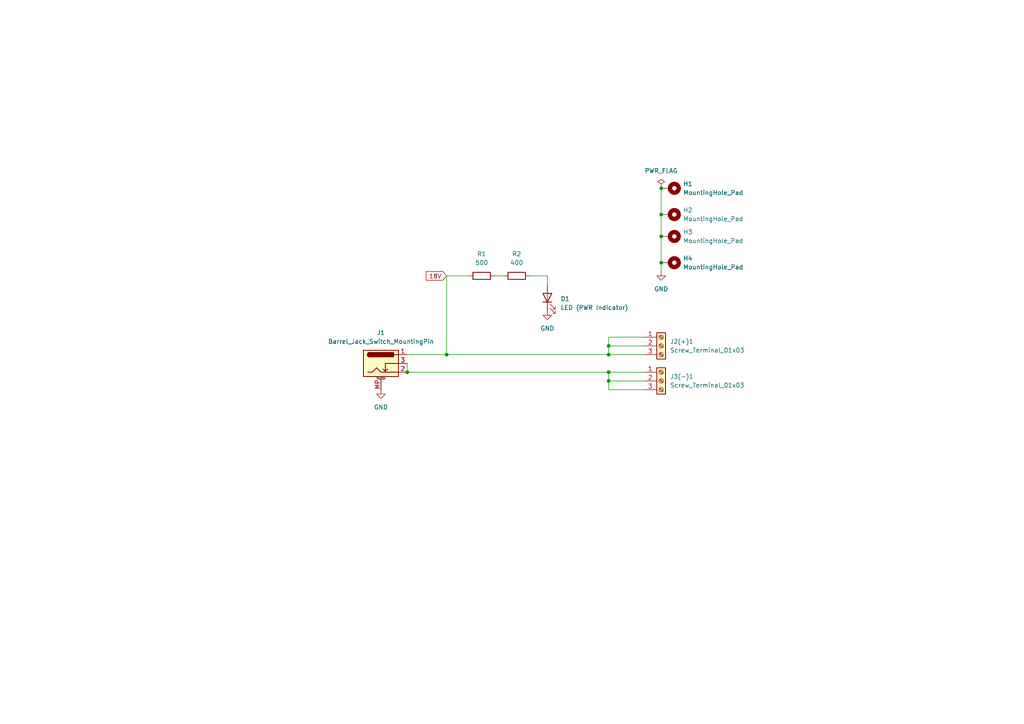
<source format=kicad_sch>
(kicad_sch (version 20231120) (generator "eeschema") (generator_version "8.0")
  (paper "A4")
  (lib_symbols
    (symbol "Connector:Barrel_Jack_Switch_MountingPin" (pin_names hide)
      (property "Reference" "J" (at 0 5.334 0))
      (property "Value" "Barrel_Jack_Switch_MountingPin" (at 1.27 -6.35 0))
      (symbol "Barrel_Jack_Switch_MountingPin_0_1"
        (rectangle (start -5.08 3.81) (end 5.08 -3.81) (stroke (width 0.254)) (fill (type background)))
        (arc (start -3.302 3.175) (mid -3.9343 2.54) (end -3.302 1.905) (stroke (width 0.254)))
        (arc (start -3.302 3.175) (mid -3.9343 2.54) (end -3.302 1.905) (stroke (width 0.254)) (fill (type outline)))
        (polyline (pts (xy 1.27 -2.286) (xy 1.905 -1.651)) (stroke (width 0.254)))
        (polyline (pts (xy 5.08 2.54) (xy 3.81 2.54)) (stroke (width 0.254)))
        (polyline (pts (xy 5.08 0) (xy 1.27 0) (xy 1.27 -2.286) (xy 0.635 -1.651)) (stroke (width 0.254)))
        (polyline (pts (xy -3.81 -2.54) (xy -2.54 -2.54) (xy -1.27 -1.27) (xy 0 -2.54) (xy 2.54 -2.54) (xy 5.08 -2.54)) (stroke (width 0.254)))
        (rectangle (start 3.683 3.175) (end -3.302 1.905) (stroke (width 0.254)) (fill (type outline)))
      )
      (symbol "Barrel_Jack_Switch_MountingPin_1_1"
        (polyline (pts (xy -1.016 -4.572) (xy 1.016 -4.572)) (stroke (width 0.1524)))
        (text "Mounting" (at 0 -4.191 0) (effects (font (size 0.381 0.381))))
        (pin passive line (at 7.62 2.54 180) (length 2.54) (name "~") (number "1"))
        (pin passive line (at 7.62 -2.54 180) (length 2.54) (name "~") (number "2"))
        (pin passive line (at 7.62 0 180) (length 2.54) (name "~") (number "3"))
        (pin passive line (at 0 -7.62 90) (length 3.048) (name "MountPin") (number "MP"))
      )
    )
    (symbol "Connector:Screw_Terminal_01x03" (pin_names (offset 1.016) hide)
      (property "Reference" "J" (at 0 5.08 0))
      (property "Value" "Screw_Terminal_01x03" (at 0 -5.08 0))
      (symbol "Screw_Terminal_01x03_1_1"
        (rectangle (start -1.27 3.81) (end 1.27 -3.81) (stroke (width 0.254)) (fill (type background)))
        (circle (center 0 -2.54) (radius 0.635) (stroke (width 0.1524)))
        (polyline (pts (xy -0.5334 -2.2098) (xy 0.3302 -3.048)) (stroke (width 0.1524)))
        (polyline (pts (xy -0.5334 0.3302) (xy 0.3302 -0.508)) (stroke (width 0.1524)))
        (polyline (pts (xy -0.5334 2.8702) (xy 0.3302 2.032)) (stroke (width 0.1524)))
        (polyline (pts (xy -0.3556 -2.032) (xy 0.508 -2.8702)) (stroke (width 0.1524)))
        (polyline (pts (xy -0.3556 0.508) (xy 0.508 -0.3302)) (stroke (width 0.1524)))
        (polyline (pts (xy -0.3556 3.048) (xy 0.508 2.2098)) (stroke (width 0.1524)))
        (circle (center 0 0) (radius 0.635) (stroke (width 0.1524)))
        (circle (center 0 2.54) (radius 0.635) (stroke (width 0.1524)))
        (pin passive line (at -5.08 2.54 0) (length 3.81) (name "Pin_1") (number "1"))
        (pin passive line (at -5.08 0 0) (length 3.81) (name "Pin_2") (number "2"))
        (pin passive line (at -5.08 -2.54 0) (length 3.81) (name "Pin_3") (number "3"))
      )
    )
    (symbol "Device:LED" (pin_numbers hide) (pin_names (offset 1.016) hide)
      (property "Reference" "D" (at 0 2.54 0))
      (property "Value" "LED" (at 0 -2.54 0))
      (symbol "LED_0_1"
        (polyline (pts (xy -1.27 -1.27) (xy -1.27 1.27)) (stroke (width 0.254)))
        (polyline (pts (xy -1.27 0) (xy 1.27 0)))
        (polyline (pts (xy 1.27 -1.27) (xy 1.27 1.27) (xy -1.27 0) (xy 1.27 -1.27)) (stroke (width 0.254)))
        (polyline (pts (xy -3.048 -0.762) (xy -4.572 -2.286) (xy -3.81 -2.286) (xy -4.572 -2.286) (xy -4.572 -1.524)))
        (polyline (pts (xy -1.778 -0.762) (xy -3.302 -2.286) (xy -2.54 -2.286) (xy -3.302 -2.286) (xy -3.302 -1.524)))
      )
      (symbol "LED_1_1"
        (pin passive line (at -3.81 0 0) (length 2.54) (name "K") (number "1"))
        (pin passive line (at 3.81 0 180) (length 2.54) (name "A") (number "2"))
      )
    )
    (symbol "Device:R" (pin_numbers hide) (pin_names (offset 0))
      (property "Reference" "R" (at 2.032 0 90))
      (property "Value" "R" (at 0 0 90))
      (symbol "R_0_1"
        (rectangle (start -1.016 -2.54) (end 1.016 2.54) (stroke (width 0.254)))
      )
      (symbol "R_1_1"
        (pin passive line (at 0 3.81 270) (length 1.27) (name "~") (number "1"))
        (pin passive line (at 0 -3.81 90) (length 1.27) (name "~") (number "2"))
      )
    )
    (symbol "Mechanical:MountingHole_Pad" (pin_numbers hide) (pin_names (offset 1.016) hide) (exclude_from_sim yes) (in_bom no)
      (property "Reference" "H" (at 0 6.35 0))
      (property "Value" "MountingHole_Pad" (at 0 4.445 0))
      (symbol "MountingHole_Pad_0_1"
        (circle (center 0 1.27) (radius 1.27) (stroke (width 1.27)))
      )
      (symbol "MountingHole_Pad_1_1"
        (pin input line (at 0 -2.54 90) (length 2.54) (name "1") (number "1"))
      )
    )
    (symbol "power:GND" (power) (pin_numbers hide) (pin_names (offset 0) hide)
      (property "Value" "GND" (at 0 -3.81 0))
      (symbol "GND_0_1"
        (polyline (pts (xy 0 0) (xy 0 -1.27) (xy 1.27 -1.27) (xy 0 -2.54) (xy -1.27 -1.27) (xy 0 -1.27)))
      )
      (symbol "GND_1_1"
        (pin power_in line (at 0 0 270) (length 0) (name "~") (number "1"))
      )
    )
    (symbol "power:PWR_FLAG" (power) (pin_numbers hide) (pin_names (offset 0) hide)
      (property "Value" "PWR_FLAG" (at 0 3.81 0))
      (symbol "PWR_FLAG_0_0"
        (pin power_out line (at 0 0 90) (length 0) (name "~") (number "1"))
      )
      (symbol "PWR_FLAG_0_1"
        (polyline (pts (xy 0 0) (xy 0 1.27) (xy -1.016 1.905) (xy 0 2.54) (xy 1.016 1.905) (xy 0 1.27)))
      )
    )
  )
  (junction (at 176.53 100.33))
  (junction (at 191.77 62.23))
  (junction (at 191.77 76.2))
  (junction (at 176.53 107.95))
  (junction (at 176.53 102.87))
  (junction (at 191.77 54.61))
  (junction (at 118.11 107.95))
  (junction (at 129.54 102.87))
  (junction (at 176.53 110.49))
  (junction (at 191.77 68.58))
  (wire (pts (xy 153.67 80.01) (xy 158.75 80.01)))
  (wire (pts (xy 176.53 100.33) (xy 186.69 100.33)))
  (wire (pts (xy 129.54 102.87) (xy 176.53 102.87)))
  (wire (pts (xy 129.54 80.01) (xy 129.54 102.87)))
  (wire (pts (xy 191.77 62.23) (xy 191.77 68.58)))
  (wire (pts (xy 176.53 97.79) (xy 176.53 100.33)))
  (wire (pts (xy 176.53 113.03) (xy 186.69 113.03)))
  (wire (pts (xy 176.53 107.95) (xy 186.69 107.95)))
  (wire (pts (xy 118.11 107.95) (xy 176.53 107.95)))
  (wire (pts (xy 158.75 80.01) (xy 158.75 82.55)))
  (wire (pts (xy 176.53 110.49) (xy 186.69 110.49)))
  (wire (pts (xy 191.77 54.61) (xy 191.77 62.23)))
  (wire (pts (xy 135.89 80.01) (xy 129.54 80.01)))
  (wire (pts (xy 118.11 102.87) (xy 129.54 102.87)))
  (wire (pts (xy 176.53 110.49) (xy 176.53 113.03)))
  (wire (pts (xy 118.11 105.41) (xy 118.11 107.95)))
  (wire (pts (xy 191.77 68.58) (xy 191.77 76.2)))
  (wire (pts (xy 176.53 107.95) (xy 176.53 110.49)))
  (wire (pts (xy 143.51 80.01) (xy 146.05 80.01)))
  (wire (pts (xy 191.77 76.2) (xy 191.77 78.74)))
  (wire (pts (xy 176.53 100.33) (xy 176.53 102.87)))
  (wire (pts (xy 176.53 97.79) (xy 186.69 97.79)))
  (wire (pts (xy 176.53 102.87) (xy 186.69 102.87)))
  (global_label "18V" (shape input) (at 129.54 80.01 180) (property "Intersheetrefs" "${INTERSHEET_REFS}" (effects (hide yes))))
  (symbol (lib_id "Mechanical:MountingHole_Pad") (at 194.31 54.61 270) (unit 1) (exclude_from_sim yes) (in_bom no)
    (property "Reference" "H1" (at 198.12 53.3399 90) (effects (justify left)))
    (property "Value" "MountingHole_Pad" (at 198.12 55.8799 90) (effects (justify left)))
    (property "Footprint" "MountingHole:MountingHole_3.5mm_Pad" (effects (hide yes)))
    (property "Description" "Mounting Hole with connection" (effects (hide yes)))
  )
  (symbol (lib_id "Mechanical:MountingHole_Pad") (at 194.31 68.58 270) (unit 1) (exclude_from_sim yes) (in_bom no)
    (property "Reference" "H3" (at 198.12 67.3099 90) (effects (justify left)))
    (property "Value" "MountingHole_Pad" (at 198.12 69.8499 90) (effects (justify left)))
    (property "Footprint" "MountingHole:MountingHole_3.5mm_Pad" (effects (hide yes)))
    (property "Description" "Mounting Hole with connection" (effects (hide yes)))
  )
  (symbol (lib_id "power:GND") (at 110.49 113.03 0) (unit 1)
    (property "Reference" "#PWR03" (effects (hide yes)))
    (property "Value" "GND" (at 110.49 118.11 0))
    (property "Description" "Power symbol creates a global label with name \"GND\" , ground" (effects (hide yes)))
  )
  (symbol (lib_id "Mechanical:MountingHole_Pad") (at 194.31 62.23 270) (unit 1) (exclude_from_sim yes) (in_bom no)
    (property "Reference" "H2" (at 198.12 60.9599 90) (effects (justify left)))
    (property "Value" "MountingHole_Pad" (at 198.12 63.4999 90) (effects (justify left)))
    (property "Footprint" "MountingHole:MountingHole_3.5mm_Pad" (effects (hide yes)))
    (property "Description" "Mounting Hole with connection" (effects (hide yes)))
  )
  (symbol (lib_id "Connector:Barrel_Jack_Switch_MountingPin") (at 110.49 105.41 0) (unit 1)
    (property "Reference" "J1" (at 110.49 96.52 0))
    (property "Value" "Barrel_Jack_Switch_MountingPin" (at 110.49 99.06 0))
    (property "Footprint" "Connector_BarrelJack:BarrelJack_Horizontal" (effects (hide yes)))
    (property "Description" "DC Barrel Jack with an internal switch and a mounting pin" (effects (hide yes)))
  )
  (symbol (lib_id "power:GND") (at 158.75 90.17 0) (unit 1)
    (property "Reference" "#PWR02" (effects (hide yes)))
    (property "Value" "GND" (at 158.75 95.25 0))
    (property "Description" "Power symbol creates a global label with name \"GND\" , ground" (effects (hide yes)))
  )
  (symbol (lib_id "power:GND") (at 191.77 78.74 0) (unit 1)
    (property "Reference" "#PWR01" (effects (hide yes)))
    (property "Value" "GND" (at 191.77 83.82 0))
    (property "Description" "Power symbol creates a global label with name \"GND\" , ground" (effects (hide yes)))
  )
  (symbol (lib_id "Device:R") (at 149.86 80.01 90) (unit 1)
    (property "Reference" "R2" (at 149.86 73.66 90))
    (property "Value" "400" (at 149.86 76.2 90))
    (property "Footprint" "Resistor_THT:R_Axial_DIN0207_L6.3mm_D2.5mm_P10.16mm_Horizontal" (effects (hide yes)))
    (property "Description" "Resistor" (effects (hide yes)))
  )
  (symbol (lib_id "Mechanical:MountingHole_Pad") (at 194.31 76.2 270) (unit 1) (exclude_from_sim yes) (in_bom no)
    (property "Reference" "H4" (at 198.12 74.9299 90) (effects (justify left)))
    (property "Value" "MountingHole_Pad" (at 198.12 77.4699 90) (effects (justify left)))
    (property "Footprint" "MountingHole:MountingHole_3.5mm_Pad" (effects (hide yes)))
    (property "Description" "Mounting Hole with connection" (effects (hide yes)))
  )
  (symbol (lib_id "Device:LED") (at 158.75 86.36 90) (unit 1)
    (property "Reference" "D1" (at 162.56 86.6774 90) (effects (justify right)))
    (property "Value" "LED (PWR Indicator)" (at 162.56 89.2174 90) (effects (justify right)))
    (property "Footprint" "LED_THT:LED_D1.8mm_W1.8mm_H2.4mm_Horizontal_O1.27mm_Z1.6mm" (effects (hide yes)))
    (property "Description" "Light emitting diode" (effects (hide yes)))
  )
  (symbol (lib_id "power:PWR_FLAG") (at 191.77 54.61 0) (unit 1)
    (property "Reference" "#FLG01" (effects (hide yes)))
    (property "Value" "PWR_FLAG" (at 191.77 49.53 0))
    (property "Description" "Special symbol for telling ERC where power comes from" (effects (hide yes)))
  )
  (symbol (lib_id "Connector:Screw_Terminal_01x03") (at 191.77 110.49 0) (unit 1)
    (property "Reference" "J3(-)1" (at 194.31 109.2199 0) (effects (justify left)))
    (property "Value" "Screw_Terminal_01x03" (at 194.31 111.7599 0) (effects (justify left)))
    (property "Footprint" "TerminalBlock_Phoenix:TerminalBlock_Phoenix_MKDS-1,5-3_1x03_P5.00mm_Horizontal" (effects (hide yes)))
    (property "Description" "Generic screw terminal, single row, 01x03, script generated (kicad-library-utils/schlib/autogen/connector/)" (effects (hide yes)))
  )
  (symbol (lib_id "Device:R") (at 139.7 80.01 90) (unit 1)
    (property "Reference" "R1" (at 139.7 73.66 90))
    (property "Value" "500" (at 139.7 76.2 90))
    (property "Footprint" "Resistor_THT:R_Axial_DIN0207_L6.3mm_D2.5mm_P10.16mm_Horizontal" (effects (hide yes)))
    (property "Description" "Resistor" (effects (hide yes)))
  )
  (symbol (lib_id "Connector:Screw_Terminal_01x03") (at 191.77 100.33 0) (unit 1)
    (property "Reference" "J2(+)1" (at 194.31 99.0599 0) (effects (justify left)))
    (property "Value" "Screw_Terminal_01x03" (at 194.31 101.5999 0) (effects (justify left)))
    (property "Footprint" "TerminalBlock_Phoenix:TerminalBlock_Phoenix_MKDS-1,5-3_1x03_P5.00mm_Horizontal" (effects (hide yes)))
    (property "Description" "Generic screw terminal, single row, 01x03, script generated (kicad-library-utils/schlib/autogen/connector/)" (effects (hide yes)))
  )
)
</source>
